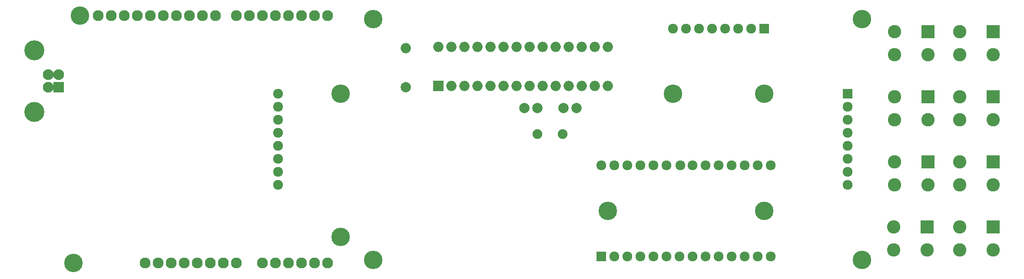
<source format=gbr>
G04 #@! TF.GenerationSoftware,KiCad,Pcbnew,(5.0.0)*
G04 #@! TF.CreationDate,2019-01-06T20:08:52-08:00*
G04 #@! TF.ProjectId,pcb_v1,7063625F76312E6B696361645F706362,1.0*
G04 #@! TF.SameCoordinates,Original*
G04 #@! TF.FileFunction,Soldermask,Bot*
G04 #@! TF.FilePolarity,Negative*
%FSLAX46Y46*%
G04 Gerber Fmt 4.6, Leading zero omitted, Abs format (unit mm)*
G04 Created by KiCad (PCBNEW (5.0.0)) date 01/06/19 20:08:52*
%MOMM*%
%LPD*%
G01*
G04 APERTURE LIST*
%ADD10R,2.000000X2.000000*%
%ADD11O,2.000000X2.000000*%
%ADD12R,1.924000X1.924000*%
%ADD13C,1.924000*%
%ADD14C,3.600000*%
%ADD15O,2.127200X2.127200*%
%ADD16C,2.000000*%
%ADD17C,3.900000*%
%ADD18C,2.100000*%
%ADD19R,2.100000X2.100000*%
%ADD20C,2.600000*%
%ADD21R,2.600000X2.600000*%
%ADD22C,1.900000*%
G04 APERTURE END LIST*
D10*
G04 #@! TO.C,U1*
X143510000Y-88646000D03*
D11*
X176530000Y-81026000D03*
X146050000Y-88646000D03*
X173990000Y-81026000D03*
X148590000Y-88646000D03*
X171450000Y-81026000D03*
X151130000Y-88646000D03*
X168910000Y-81026000D03*
X153670000Y-88646000D03*
X166370000Y-81026000D03*
X156210000Y-88646000D03*
X163830000Y-81026000D03*
X158750000Y-88646000D03*
X161290000Y-81026000D03*
X161290000Y-88646000D03*
X158750000Y-81026000D03*
X163830000Y-88646000D03*
X156210000Y-81026000D03*
X166370000Y-88646000D03*
X153670000Y-81026000D03*
X168910000Y-88646000D03*
X151130000Y-81026000D03*
X171450000Y-88646000D03*
X148590000Y-81026000D03*
X173990000Y-88646000D03*
X146050000Y-81026000D03*
X176530000Y-88646000D03*
X143510000Y-81026000D03*
G04 #@! TD*
D12*
G04 #@! TO.C,U3*
X223214001Y-90170000D03*
D13*
X223214001Y-92710000D03*
X223214001Y-95250000D03*
X223214001Y-97790000D03*
X223214001Y-100330000D03*
X223214001Y-102870000D03*
X223214001Y-105410000D03*
X223214001Y-107950000D03*
X112216001Y-107950000D03*
X112216001Y-105410000D03*
X112216001Y-102870000D03*
X112216001Y-100330000D03*
X112216001Y-97790000D03*
X112216001Y-95250000D03*
X112216001Y-92710000D03*
X112216001Y-90170000D03*
G04 #@! TD*
D14*
G04 #@! TO.C,U4*
X189230000Y-90170000D03*
X207010000Y-90170000D03*
D13*
X189230000Y-77470000D03*
X191770000Y-77470000D03*
X194310000Y-77470000D03*
X196850000Y-77470000D03*
X199390000Y-77470000D03*
X201930000Y-77470000D03*
X204470000Y-77470000D03*
D12*
X207010000Y-77470000D03*
G04 #@! TD*
D14*
G04 #@! TO.C,U2*
X207010000Y-113030000D03*
X176530000Y-113030000D03*
D13*
X175260000Y-104140000D03*
X177800000Y-104140000D03*
X180340000Y-104140000D03*
X182880000Y-104140000D03*
X185420000Y-104140000D03*
X187960000Y-104140000D03*
X190627000Y-104140000D03*
X193040000Y-104140000D03*
X195580000Y-104140000D03*
X198120000Y-104140000D03*
X200660000Y-104140000D03*
X203200000Y-104140000D03*
X205740000Y-104140000D03*
X208280000Y-104140000D03*
D12*
X175260000Y-121920000D03*
D13*
X177800000Y-121920000D03*
X180340000Y-121920000D03*
X182880000Y-121920000D03*
X185420000Y-121920000D03*
X187960000Y-121920000D03*
X190500000Y-121920000D03*
X193040000Y-121920000D03*
X195580000Y-121920000D03*
X198120000Y-121920000D03*
X200660000Y-121920000D03*
X203200000Y-121920000D03*
X205740000Y-121920000D03*
X208280000Y-121920000D03*
G04 #@! TD*
D15*
G04 #@! TO.C,SHIELD1*
X121920000Y-123190000D03*
X119380000Y-123190000D03*
X116840000Y-123190000D03*
X114300000Y-123190000D03*
X111760000Y-123190000D03*
X86360000Y-123190000D03*
X92456000Y-74930000D03*
X89916000Y-74930000D03*
X87376000Y-74930000D03*
X82296000Y-74930000D03*
X79756000Y-74930000D03*
X77216000Y-74930000D03*
D14*
X72390000Y-123190000D03*
X73660000Y-74930000D03*
X124460000Y-90170000D03*
X124460000Y-118110000D03*
D15*
X94996000Y-74930000D03*
X97536000Y-74930000D03*
X100076000Y-74930000D03*
X84836000Y-74930000D03*
X104140000Y-74930000D03*
X106680000Y-74930000D03*
X109220000Y-74930000D03*
X111760000Y-74930000D03*
X114300000Y-74930000D03*
X116840000Y-74930000D03*
X119380000Y-74930000D03*
X121920000Y-74930000D03*
X88900000Y-123190000D03*
X91440000Y-123190000D03*
X93980000Y-123190000D03*
X96520000Y-123190000D03*
X99060000Y-123190000D03*
X101600000Y-123190000D03*
X104140000Y-123190000D03*
X109220000Y-123190000D03*
G04 #@! TD*
D16*
G04 #@! TO.C,C1*
X162774000Y-92964000D03*
X160274000Y-92964000D03*
G04 #@! TD*
G04 #@! TO.C,C2*
X170394000Y-92964000D03*
X167894000Y-92964000D03*
G04 #@! TD*
D17*
G04 #@! TO.C,J1*
X64770000Y-81630000D03*
X64770000Y-93670000D03*
D18*
X67480000Y-88900000D03*
X67480000Y-86400000D03*
X69480000Y-86400000D03*
D19*
X69480000Y-88900000D03*
G04 #@! TD*
D11*
G04 #@! TO.C,R1*
X137160000Y-81280000D03*
D16*
X137160000Y-88900000D03*
G04 #@! TD*
D20*
G04 #@! TO.C,S1*
X251610000Y-82550000D03*
X245110000Y-82550000D03*
X245110000Y-78050000D03*
D21*
X251610000Y-78050000D03*
G04 #@! TD*
D20*
G04 #@! TO.C,S2*
X238910000Y-82550000D03*
X232410000Y-82550000D03*
X232410000Y-78050000D03*
D21*
X238910000Y-78050000D03*
G04 #@! TD*
D20*
G04 #@! TO.C,S3*
X251610000Y-95250000D03*
X245110000Y-95250000D03*
X245110000Y-90750000D03*
D21*
X251610000Y-90750000D03*
G04 #@! TD*
D20*
G04 #@! TO.C,S4*
X238910000Y-95250000D03*
X232410000Y-95250000D03*
X232410000Y-90750000D03*
D21*
X238910000Y-90750000D03*
G04 #@! TD*
D20*
G04 #@! TO.C,S5*
X251610000Y-107950000D03*
X245110000Y-107950000D03*
X245110000Y-103450000D03*
D21*
X251610000Y-103450000D03*
G04 #@! TD*
D20*
G04 #@! TO.C,S6*
X238910000Y-107950000D03*
X232410000Y-107950000D03*
X232410000Y-103450000D03*
D21*
X238910000Y-103450000D03*
G04 #@! TD*
D20*
G04 #@! TO.C,S7*
X251610000Y-120650000D03*
X245110000Y-120650000D03*
X245110000Y-116150000D03*
D21*
X251610000Y-116150000D03*
G04 #@! TD*
D20*
G04 #@! TO.C,S8*
X238760000Y-120650000D03*
X232260000Y-120650000D03*
X232260000Y-116150000D03*
D21*
X238760000Y-116150000D03*
G04 #@! TD*
D22*
G04 #@! TO.C,Y1*
X167694000Y-98044000D03*
X162814000Y-98044000D03*
G04 #@! TD*
D14*
G04 #@! TO.C,REF\002A\002A*
X130810000Y-75565000D03*
G04 #@! TD*
G04 #@! TO.C,REF\002A\002A*
X226060000Y-75565000D03*
G04 #@! TD*
G04 #@! TO.C,REF\002A\002A*
X130810000Y-122555000D03*
G04 #@! TD*
G04 #@! TO.C,REF\002A\002A*
X226060000Y-122555000D03*
G04 #@! TD*
M02*

</source>
